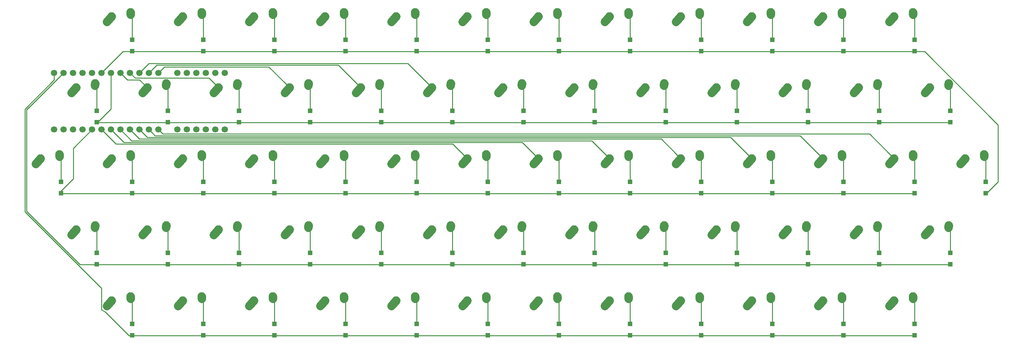
<source format=gbr>
G04 #@! TF.GenerationSoftware,KiCad,Pcbnew,(5.1.4)-1*
G04 #@! TF.CreationDate,2019-12-22T22:02:26+01:00*
G04 #@! TF.ProjectId,keyboard3,6b657962-6f61-4726-9433-2e6b69636164,rev?*
G04 #@! TF.SameCoordinates,Original*
G04 #@! TF.FileFunction,Copper,L2,Bot*
G04 #@! TF.FilePolarity,Positive*
%FSLAX46Y46*%
G04 Gerber Fmt 4.6, Leading zero omitted, Abs format (unit mm)*
G04 Created by KiCad (PCBNEW (5.1.4)-1) date 2019-12-22 22:02:26*
%MOMM*%
%LPD*%
G04 APERTURE LIST*
%ADD10C,1.700000*%
%ADD11C,2.250000*%
%ADD12C,2.250000*%
%ADD13R,1.200000X1.300000*%
%ADD14C,0.250000*%
G04 APERTURE END LIST*
D10*
X71451250Y-77921250D03*
X68911250Y-77921250D03*
X63831250Y-77921250D03*
X66371250Y-77921250D03*
X58751250Y-77921250D03*
X61291250Y-77921250D03*
X53671250Y-77921250D03*
X46051250Y-77921250D03*
X51131250Y-77921250D03*
X48591250Y-77921250D03*
X43511250Y-77921250D03*
X40971250Y-77921250D03*
X38431250Y-77921250D03*
X33351250Y-77921250D03*
X35891250Y-77921250D03*
X30811250Y-77921250D03*
X28271250Y-77921250D03*
X58751250Y-62706250D03*
X71451250Y-62706250D03*
X63831250Y-62706250D03*
X68911250Y-62706250D03*
X66371250Y-62706250D03*
X61291250Y-62706250D03*
X53671250Y-62706250D03*
X51131250Y-62706250D03*
X48591250Y-62706250D03*
X46051250Y-62706250D03*
X43511250Y-62706250D03*
X40971250Y-62706250D03*
X38431250Y-62706250D03*
X35891250Y-62706250D03*
X33351250Y-62706250D03*
X30811250Y-62706250D03*
X25731250Y-62706250D03*
X28271250Y-62706250D03*
X25731250Y-77921250D03*
D11*
X41156250Y-47593750D03*
X40501251Y-48323750D03*
D12*
X39846250Y-49053750D02*
X41156252Y-47593750D01*
D11*
X46196250Y-46513750D03*
X46176250Y-46803750D03*
D12*
X46156250Y-47093750D02*
X46196250Y-46513750D01*
D11*
X60206250Y-47593750D03*
X59551251Y-48323750D03*
D12*
X58896250Y-49053750D02*
X60206252Y-47593750D01*
D11*
X65246250Y-46513750D03*
X65226250Y-46803750D03*
D12*
X65206250Y-47093750D02*
X65246250Y-46513750D01*
D11*
X79256250Y-47593750D03*
X78601251Y-48323750D03*
D12*
X77946250Y-49053750D02*
X79256252Y-47593750D01*
D11*
X84296250Y-46513750D03*
X84276250Y-46803750D03*
D12*
X84256250Y-47093750D02*
X84296250Y-46513750D01*
D11*
X98306250Y-47593750D03*
X97651251Y-48323750D03*
D12*
X96996250Y-49053750D02*
X98306252Y-47593750D01*
D11*
X103346250Y-46513750D03*
X103326250Y-46803750D03*
D12*
X103306250Y-47093750D02*
X103346250Y-46513750D01*
D11*
X117356250Y-47593750D03*
X116701251Y-48323750D03*
D12*
X116046250Y-49053750D02*
X117356252Y-47593750D01*
D11*
X122396250Y-46513750D03*
X122376250Y-46803750D03*
D12*
X122356250Y-47093750D02*
X122396250Y-46513750D01*
D11*
X136406250Y-47593750D03*
X135751251Y-48323750D03*
D12*
X135096250Y-49053750D02*
X136406252Y-47593750D01*
D11*
X141446250Y-46513750D03*
X141426250Y-46803750D03*
D12*
X141406250Y-47093750D02*
X141446250Y-46513750D01*
D11*
X155456250Y-47593750D03*
X154801251Y-48323750D03*
D12*
X154146250Y-49053750D02*
X155456252Y-47593750D01*
D11*
X160496250Y-46513750D03*
X160476250Y-46803750D03*
D12*
X160456250Y-47093750D02*
X160496250Y-46513750D01*
D11*
X174506250Y-47593750D03*
X173851251Y-48323750D03*
D12*
X173196250Y-49053750D02*
X174506252Y-47593750D01*
D11*
X179546250Y-46513750D03*
X179526250Y-46803750D03*
D12*
X179506250Y-47093750D02*
X179546250Y-46513750D01*
D11*
X193556250Y-47593750D03*
X192901251Y-48323750D03*
D12*
X192246250Y-49053750D02*
X193556252Y-47593750D01*
D11*
X198596250Y-46513750D03*
X198576250Y-46803750D03*
D12*
X198556250Y-47093750D02*
X198596250Y-46513750D01*
D11*
X212606250Y-47593750D03*
X211951251Y-48323750D03*
D12*
X211296250Y-49053750D02*
X212606252Y-47593750D01*
D11*
X217646250Y-46513750D03*
X217626250Y-46803750D03*
D12*
X217606250Y-47093750D02*
X217646250Y-46513750D01*
D11*
X231656250Y-47593750D03*
X231001251Y-48323750D03*
D12*
X230346250Y-49053750D02*
X231656252Y-47593750D01*
D11*
X236696250Y-46513750D03*
X236676250Y-46803750D03*
D12*
X236656250Y-47093750D02*
X236696250Y-46513750D01*
D11*
X250706250Y-47593750D03*
X250051251Y-48323750D03*
D12*
X249396250Y-49053750D02*
X250706252Y-47593750D01*
D11*
X255746250Y-46513750D03*
X255726250Y-46803750D03*
D12*
X255706250Y-47093750D02*
X255746250Y-46513750D01*
D11*
X31631250Y-66643750D03*
X30976251Y-67373750D03*
D12*
X30321250Y-68103750D02*
X31631252Y-66643750D01*
D11*
X36671250Y-65563750D03*
X36651250Y-65853750D03*
D12*
X36631250Y-66143750D02*
X36671250Y-65563750D01*
D11*
X50681250Y-66643750D03*
X50026251Y-67373750D03*
D12*
X49371250Y-68103750D02*
X50681252Y-66643750D01*
D11*
X55721250Y-65563750D03*
X55701250Y-65853750D03*
D12*
X55681250Y-66143750D02*
X55721250Y-65563750D01*
D11*
X69731250Y-66643750D03*
X69076251Y-67373750D03*
D12*
X68421250Y-68103750D02*
X69731252Y-66643750D01*
D11*
X74771250Y-65563750D03*
X74751250Y-65853750D03*
D12*
X74731250Y-66143750D02*
X74771250Y-65563750D01*
D11*
X88781250Y-66643750D03*
X88126251Y-67373750D03*
D12*
X87471250Y-68103750D02*
X88781252Y-66643750D01*
D11*
X93821250Y-65563750D03*
X93801250Y-65853750D03*
D12*
X93781250Y-66143750D02*
X93821250Y-65563750D01*
D11*
X107831250Y-66643750D03*
X107176251Y-67373750D03*
D12*
X106521250Y-68103750D02*
X107831252Y-66643750D01*
D11*
X112871250Y-65563750D03*
X112851250Y-65853750D03*
D12*
X112831250Y-66143750D02*
X112871250Y-65563750D01*
D11*
X126881250Y-66643750D03*
X126226251Y-67373750D03*
D12*
X125571250Y-68103750D02*
X126881252Y-66643750D01*
D11*
X131921250Y-65563750D03*
X131901250Y-65853750D03*
D12*
X131881250Y-66143750D02*
X131921250Y-65563750D01*
D11*
X145931250Y-66643750D03*
X145276251Y-67373750D03*
D12*
X144621250Y-68103750D02*
X145931252Y-66643750D01*
D11*
X150971250Y-65563750D03*
X150951250Y-65853750D03*
D12*
X150931250Y-66143750D02*
X150971250Y-65563750D01*
D11*
X164981250Y-66643750D03*
X164326251Y-67373750D03*
D12*
X163671250Y-68103750D02*
X164981252Y-66643750D01*
D11*
X170021250Y-65563750D03*
X170001250Y-65853750D03*
D12*
X169981250Y-66143750D02*
X170021250Y-65563750D01*
D11*
X184031250Y-66643750D03*
X183376251Y-67373750D03*
D12*
X182721250Y-68103750D02*
X184031252Y-66643750D01*
D11*
X189071250Y-65563750D03*
X189051250Y-65853750D03*
D12*
X189031250Y-66143750D02*
X189071250Y-65563750D01*
D11*
X203081250Y-66643750D03*
X202426251Y-67373750D03*
D12*
X201771250Y-68103750D02*
X203081252Y-66643750D01*
D11*
X208121250Y-65563750D03*
X208101250Y-65853750D03*
D12*
X208081250Y-66143750D02*
X208121250Y-65563750D01*
D11*
X222131250Y-66643750D03*
X221476251Y-67373750D03*
D12*
X220821250Y-68103750D02*
X222131252Y-66643750D01*
D11*
X227171250Y-65563750D03*
X227151250Y-65853750D03*
D12*
X227131250Y-66143750D02*
X227171250Y-65563750D01*
D11*
X241181250Y-66643750D03*
X240526251Y-67373750D03*
D12*
X239871250Y-68103750D02*
X241181252Y-66643750D01*
D11*
X246221250Y-65563750D03*
X246201250Y-65853750D03*
D12*
X246181250Y-66143750D02*
X246221250Y-65563750D01*
D11*
X260231250Y-66643750D03*
X259576251Y-67373750D03*
D12*
X258921250Y-68103750D02*
X260231252Y-66643750D01*
D11*
X265271250Y-65563750D03*
X265251250Y-65853750D03*
D12*
X265231250Y-66143750D02*
X265271250Y-65563750D01*
D11*
X22106250Y-85693750D03*
X21451251Y-86423750D03*
D12*
X20796250Y-87153750D02*
X22106252Y-85693750D01*
D11*
X27146250Y-84613750D03*
X27126250Y-84903750D03*
D12*
X27106250Y-85193750D02*
X27146250Y-84613750D01*
D11*
X41156250Y-85693750D03*
X40501251Y-86423750D03*
D12*
X39846250Y-87153750D02*
X41156252Y-85693750D01*
D11*
X46196250Y-84613750D03*
X46176250Y-84903750D03*
D12*
X46156250Y-85193750D02*
X46196250Y-84613750D01*
D11*
X60206250Y-85693750D03*
X59551251Y-86423750D03*
D12*
X58896250Y-87153750D02*
X60206252Y-85693750D01*
D11*
X65246250Y-84613750D03*
X65226250Y-84903750D03*
D12*
X65206250Y-85193750D02*
X65246250Y-84613750D01*
D11*
X79256250Y-85693750D03*
X78601251Y-86423750D03*
D12*
X77946250Y-87153750D02*
X79256252Y-85693750D01*
D11*
X84296250Y-84613750D03*
X84276250Y-84903750D03*
D12*
X84256250Y-85193750D02*
X84296250Y-84613750D01*
D11*
X98306250Y-85693750D03*
X97651251Y-86423750D03*
D12*
X96996250Y-87153750D02*
X98306252Y-85693750D01*
D11*
X103346250Y-84613750D03*
X103326250Y-84903750D03*
D12*
X103306250Y-85193750D02*
X103346250Y-84613750D01*
D11*
X117356250Y-85693750D03*
X116701251Y-86423750D03*
D12*
X116046250Y-87153750D02*
X117356252Y-85693750D01*
D11*
X122396250Y-84613750D03*
X122376250Y-84903750D03*
D12*
X122356250Y-85193750D02*
X122396250Y-84613750D01*
D11*
X136406250Y-85693750D03*
X135751251Y-86423750D03*
D12*
X135096250Y-87153750D02*
X136406252Y-85693750D01*
D11*
X141446250Y-84613750D03*
X141426250Y-84903750D03*
D12*
X141406250Y-85193750D02*
X141446250Y-84613750D01*
D11*
X155456250Y-85693750D03*
X154801251Y-86423750D03*
D12*
X154146250Y-87153750D02*
X155456252Y-85693750D01*
D11*
X160496250Y-84613750D03*
X160476250Y-84903750D03*
D12*
X160456250Y-85193750D02*
X160496250Y-84613750D01*
D11*
X174506250Y-85693750D03*
X173851251Y-86423750D03*
D12*
X173196250Y-87153750D02*
X174506252Y-85693750D01*
D11*
X179546250Y-84613750D03*
X179526250Y-84903750D03*
D12*
X179506250Y-85193750D02*
X179546250Y-84613750D01*
D11*
X193556250Y-85693750D03*
X192901251Y-86423750D03*
D12*
X192246250Y-87153750D02*
X193556252Y-85693750D01*
D11*
X198596250Y-84613750D03*
X198576250Y-84903750D03*
D12*
X198556250Y-85193750D02*
X198596250Y-84613750D01*
D11*
X212606250Y-85693750D03*
X211951251Y-86423750D03*
D12*
X211296250Y-87153750D02*
X212606252Y-85693750D01*
D11*
X217646250Y-84613750D03*
X217626250Y-84903750D03*
D12*
X217606250Y-85193750D02*
X217646250Y-84613750D01*
D11*
X231656250Y-85693750D03*
X231001251Y-86423750D03*
D12*
X230346250Y-87153750D02*
X231656252Y-85693750D01*
D11*
X236696250Y-84613750D03*
X236676250Y-84903750D03*
D12*
X236656250Y-85193750D02*
X236696250Y-84613750D01*
D11*
X250706250Y-85693750D03*
X250051251Y-86423750D03*
D12*
X249396250Y-87153750D02*
X250706252Y-85693750D01*
D11*
X255746250Y-84613750D03*
X255726250Y-84903750D03*
D12*
X255706250Y-85193750D02*
X255746250Y-84613750D01*
D11*
X269756250Y-85693750D03*
X269101251Y-86423750D03*
D12*
X268446250Y-87153750D02*
X269756252Y-85693750D01*
D11*
X274796250Y-84613750D03*
X274776250Y-84903750D03*
D12*
X274756250Y-85193750D02*
X274796250Y-84613750D01*
D11*
X31631250Y-104743750D03*
X30976251Y-105473750D03*
D12*
X30321250Y-106203750D02*
X31631252Y-104743750D01*
D11*
X36671250Y-103663750D03*
X36651250Y-103953750D03*
D12*
X36631250Y-104243750D02*
X36671250Y-103663750D01*
D11*
X50681250Y-104743750D03*
X50026251Y-105473750D03*
D12*
X49371250Y-106203750D02*
X50681252Y-104743750D01*
D11*
X55721250Y-103663750D03*
X55701250Y-103953750D03*
D12*
X55681250Y-104243750D02*
X55721250Y-103663750D01*
D11*
X69731250Y-104743750D03*
X69076251Y-105473750D03*
D12*
X68421250Y-106203750D02*
X69731252Y-104743750D01*
D11*
X74771250Y-103663750D03*
X74751250Y-103953750D03*
D12*
X74731250Y-104243750D02*
X74771250Y-103663750D01*
D11*
X88781250Y-104743750D03*
X88126251Y-105473750D03*
D12*
X87471250Y-106203750D02*
X88781252Y-104743750D01*
D11*
X93821250Y-103663750D03*
X93801250Y-103953750D03*
D12*
X93781250Y-104243750D02*
X93821250Y-103663750D01*
D11*
X107831250Y-104743750D03*
X107176251Y-105473750D03*
D12*
X106521250Y-106203750D02*
X107831252Y-104743750D01*
D11*
X112871250Y-103663750D03*
X112851250Y-103953750D03*
D12*
X112831250Y-104243750D02*
X112871250Y-103663750D01*
D11*
X126881250Y-104743750D03*
X126226251Y-105473750D03*
D12*
X125571250Y-106203750D02*
X126881252Y-104743750D01*
D11*
X131921250Y-103663750D03*
X131901250Y-103953750D03*
D12*
X131881250Y-104243750D02*
X131921250Y-103663750D01*
D11*
X145931970Y-104743590D03*
X145276971Y-105473590D03*
D12*
X144621970Y-106203590D02*
X145931972Y-104743590D01*
D11*
X150971970Y-103663590D03*
X150951970Y-103953590D03*
D12*
X150931970Y-104243590D02*
X150971970Y-103663590D01*
D11*
X164981250Y-104743750D03*
X164326251Y-105473750D03*
D12*
X163671250Y-106203750D02*
X164981252Y-104743750D01*
D11*
X170021250Y-103663750D03*
X170001250Y-103953750D03*
D12*
X169981250Y-104243750D02*
X170021250Y-103663750D01*
D11*
X184031250Y-104743750D03*
X183376251Y-105473750D03*
D12*
X182721250Y-106203750D02*
X184031252Y-104743750D01*
D11*
X189071250Y-103663750D03*
X189051250Y-103953750D03*
D12*
X189031250Y-104243750D02*
X189071250Y-103663750D01*
D11*
X203081250Y-104743750D03*
X202426251Y-105473750D03*
D12*
X201771250Y-106203750D02*
X203081252Y-104743750D01*
D11*
X208121250Y-103663750D03*
X208101250Y-103953750D03*
D12*
X208081250Y-104243750D02*
X208121250Y-103663750D01*
D11*
X222131250Y-104743750D03*
X221476251Y-105473750D03*
D12*
X220821250Y-106203750D02*
X222131252Y-104743750D01*
D11*
X227171250Y-103663750D03*
X227151250Y-103953750D03*
D12*
X227131250Y-104243750D02*
X227171250Y-103663750D01*
D11*
X241181250Y-104743750D03*
X240526251Y-105473750D03*
D12*
X239871250Y-106203750D02*
X241181252Y-104743750D01*
D11*
X246221250Y-103663750D03*
X246201250Y-103953750D03*
D12*
X246181250Y-104243750D02*
X246221250Y-103663750D01*
D11*
X260231250Y-104743750D03*
X259576251Y-105473750D03*
D12*
X258921250Y-106203750D02*
X260231252Y-104743750D01*
D11*
X265271250Y-103663750D03*
X265251250Y-103953750D03*
D12*
X265231250Y-104243750D02*
X265271250Y-103663750D01*
D11*
X41156250Y-123793750D03*
X40501251Y-124523750D03*
D12*
X39846250Y-125253750D02*
X41156252Y-123793750D01*
D11*
X46196250Y-122713750D03*
X46176250Y-123003750D03*
D12*
X46156250Y-123293750D02*
X46196250Y-122713750D01*
D11*
X60206250Y-123793750D03*
X59551251Y-124523750D03*
D12*
X58896250Y-125253750D02*
X60206252Y-123793750D01*
D11*
X65246250Y-122713750D03*
X65226250Y-123003750D03*
D12*
X65206250Y-123293750D02*
X65246250Y-122713750D01*
D11*
X79256250Y-123793750D03*
X78601251Y-124523750D03*
D12*
X77946250Y-125253750D02*
X79256252Y-123793750D01*
D11*
X84296250Y-122713750D03*
X84276250Y-123003750D03*
D12*
X84256250Y-123293750D02*
X84296250Y-122713750D01*
D11*
X98306250Y-123793750D03*
X97651251Y-124523750D03*
D12*
X96996250Y-125253750D02*
X98306252Y-123793750D01*
D11*
X103346250Y-122713750D03*
X103326250Y-123003750D03*
D12*
X103306250Y-123293750D02*
X103346250Y-122713750D01*
D11*
X117356250Y-123793750D03*
X116701251Y-124523750D03*
D12*
X116046250Y-125253750D02*
X117356252Y-123793750D01*
D11*
X122396250Y-122713750D03*
X122376250Y-123003750D03*
D12*
X122356250Y-123293750D02*
X122396250Y-122713750D01*
D11*
X136406250Y-123793750D03*
X135751251Y-124523750D03*
D12*
X135096250Y-125253750D02*
X136406252Y-123793750D01*
D11*
X141446250Y-122713750D03*
X141426250Y-123003750D03*
D12*
X141406250Y-123293750D02*
X141446250Y-122713750D01*
D11*
X155456250Y-123793750D03*
X154801251Y-124523750D03*
D12*
X154146250Y-125253750D02*
X155456252Y-123793750D01*
D11*
X160496250Y-122713750D03*
X160476250Y-123003750D03*
D12*
X160456250Y-123293750D02*
X160496250Y-122713750D01*
D11*
X174506250Y-123793750D03*
X173851251Y-124523750D03*
D12*
X173196250Y-125253750D02*
X174506252Y-123793750D01*
D11*
X179546250Y-122713750D03*
X179526250Y-123003750D03*
D12*
X179506250Y-123293750D02*
X179546250Y-122713750D01*
D11*
X193556250Y-123793750D03*
X192901251Y-124523750D03*
D12*
X192246250Y-125253750D02*
X193556252Y-123793750D01*
D11*
X198596250Y-122713750D03*
X198576250Y-123003750D03*
D12*
X198556250Y-123293750D02*
X198596250Y-122713750D01*
D11*
X212606250Y-123793750D03*
X211951251Y-124523750D03*
D12*
X211296250Y-125253750D02*
X212606252Y-123793750D01*
D11*
X217646250Y-122713750D03*
X217626250Y-123003750D03*
D12*
X217606250Y-123293750D02*
X217646250Y-122713750D01*
D11*
X231656250Y-123793750D03*
X231001251Y-124523750D03*
D12*
X230346250Y-125253750D02*
X231656252Y-123793750D01*
D11*
X236696250Y-122713750D03*
X236676250Y-123003750D03*
D12*
X236656250Y-123293750D02*
X236696250Y-122713750D01*
D11*
X250706250Y-123793750D03*
X250051251Y-124523750D03*
D12*
X249396250Y-125253750D02*
X250706252Y-123793750D01*
D11*
X255746250Y-122713750D03*
X255726250Y-123003750D03*
D12*
X255706250Y-123293750D02*
X255746250Y-122713750D01*
D13*
X46656250Y-53806250D03*
X46656250Y-56906250D03*
X65706250Y-53806250D03*
X65706250Y-56906250D03*
X84756250Y-53806250D03*
X84756250Y-56906250D03*
X103806250Y-53806250D03*
X103806250Y-56906250D03*
X122856250Y-53806250D03*
X122856250Y-56906250D03*
X141906250Y-53806250D03*
X141906250Y-56906250D03*
X160956250Y-53806250D03*
X160956250Y-56906250D03*
X180006250Y-53806250D03*
X180006250Y-56906250D03*
X199056250Y-53806250D03*
X199056250Y-56906250D03*
X218106250Y-53806250D03*
X218106250Y-56906250D03*
X237156250Y-53806250D03*
X237156250Y-56906250D03*
X256206250Y-53806250D03*
X256206250Y-56906250D03*
X37131250Y-72856250D03*
X37131250Y-75956250D03*
X56181250Y-72856250D03*
X56181250Y-75956250D03*
X75231250Y-72856250D03*
X75231250Y-75956250D03*
X94281250Y-72856250D03*
X94281250Y-75956250D03*
X113331250Y-72856250D03*
X113331250Y-75956250D03*
X132381250Y-72856250D03*
X132381250Y-75956250D03*
X151431250Y-72856250D03*
X151431250Y-75956250D03*
X170481250Y-72856250D03*
X170481250Y-75956250D03*
X189531250Y-72856250D03*
X189531250Y-75956250D03*
X208581250Y-72856250D03*
X208581250Y-75956250D03*
X227631250Y-72856250D03*
X227631250Y-75956250D03*
X246681250Y-72856250D03*
X246681250Y-75956250D03*
X265731250Y-72856250D03*
X265731250Y-75956250D03*
X27606250Y-91906250D03*
X27606250Y-95006250D03*
X46656250Y-91906250D03*
X46656250Y-95006250D03*
X65706250Y-91906250D03*
X65706250Y-95006250D03*
X84756250Y-91906250D03*
X84756250Y-95006250D03*
X103806250Y-91906250D03*
X103806250Y-95006250D03*
X122856250Y-91906250D03*
X122856250Y-95006250D03*
X141906250Y-91906250D03*
X141906250Y-95006250D03*
X160956250Y-91906250D03*
X160956250Y-95006250D03*
X180006250Y-91906250D03*
X180006250Y-95006250D03*
X199056250Y-91906250D03*
X199056250Y-95006250D03*
X218106250Y-91906250D03*
X218106250Y-95006250D03*
X237156250Y-91906250D03*
X237156250Y-95006250D03*
X256206250Y-91906250D03*
X256206250Y-95006250D03*
X275256250Y-91906250D03*
X275256250Y-95006250D03*
X37131250Y-110956250D03*
X37131250Y-114056250D03*
X56181250Y-110956250D03*
X56181250Y-114056250D03*
X75231250Y-110956250D03*
X75231250Y-114056250D03*
X94281250Y-110956250D03*
X94281250Y-114056250D03*
X113331250Y-110956250D03*
X113331250Y-114056250D03*
X132381250Y-110956250D03*
X132381250Y-114056250D03*
X151431970Y-110956090D03*
X151431970Y-114056090D03*
X170481250Y-110956250D03*
X170481250Y-114056250D03*
X189531250Y-110956250D03*
X189531250Y-114056250D03*
X208581250Y-110956250D03*
X208581250Y-114056250D03*
X227631250Y-110956250D03*
X227631250Y-114056250D03*
X246681250Y-110956250D03*
X246681250Y-114056250D03*
X265731250Y-110956250D03*
X265731250Y-114056250D03*
X46656250Y-130006250D03*
X46656250Y-133106250D03*
X65706250Y-130006250D03*
X65706250Y-133106250D03*
X84756250Y-130006250D03*
X84756250Y-133106250D03*
X103806250Y-130006250D03*
X103806250Y-133106250D03*
X122856250Y-130006250D03*
X122856250Y-133106250D03*
X141906250Y-130006250D03*
X141906250Y-133106250D03*
X160956250Y-130006250D03*
X160956250Y-133106250D03*
X180006250Y-130006250D03*
X180006250Y-133106250D03*
X199056250Y-130006250D03*
X199056250Y-133106250D03*
X218106250Y-130006250D03*
X218106250Y-133106250D03*
X237156250Y-130006250D03*
X237156250Y-133106250D03*
X256206250Y-130006250D03*
X256206250Y-133106250D03*
D14*
X46656250Y-47593750D02*
X46656250Y-53706250D01*
X46156250Y-47093750D02*
X46656250Y-47593750D01*
X65206250Y-47093750D02*
X65706250Y-47593750D01*
X65706250Y-47593750D02*
X65706250Y-53706250D01*
X84256250Y-47093750D02*
X84756250Y-47593750D01*
X84756250Y-47593750D02*
X84756250Y-53706250D01*
X103306250Y-47093750D02*
X103806250Y-47593750D01*
X103806250Y-47593750D02*
X103806250Y-53706250D01*
X122356250Y-47093750D02*
X122856250Y-47593750D01*
X122856250Y-47593750D02*
X122856250Y-53706250D01*
X141406250Y-47093750D02*
X141906250Y-47593750D01*
X141906250Y-47593750D02*
X141906250Y-53706250D01*
X160456250Y-47093750D02*
X160956250Y-47593750D01*
X160956250Y-47593750D02*
X160956250Y-53706250D01*
X179506250Y-47093750D02*
X180006250Y-47593750D01*
X180006250Y-47593750D02*
X180006250Y-53706250D01*
X198556250Y-47093750D02*
X199056250Y-47593750D01*
X199056250Y-47593750D02*
X199056250Y-53706250D01*
X217606250Y-47093750D02*
X218106250Y-47593750D01*
X218106250Y-47593750D02*
X218106250Y-53706250D01*
X236656250Y-47093750D02*
X237156250Y-47593750D01*
X237156250Y-47593750D02*
X237156250Y-53706250D01*
X255706250Y-47093750D02*
X256206250Y-47593750D01*
X256206250Y-47593750D02*
X256206250Y-53706250D01*
X37131250Y-66643750D02*
X37131250Y-72756250D01*
X36631250Y-66143750D02*
X37131250Y-66643750D01*
X55681250Y-66143750D02*
X56181250Y-66643750D01*
X56181250Y-66643750D02*
X56181250Y-72756250D01*
X75231250Y-66643750D02*
X75231250Y-72756250D01*
X74731250Y-66143750D02*
X75231250Y-66643750D01*
X94281250Y-66643750D02*
X94281250Y-72756250D01*
X93781250Y-66143750D02*
X94281250Y-66643750D01*
X113331250Y-66643750D02*
X113331250Y-72756250D01*
X112831250Y-66143750D02*
X113331250Y-66643750D01*
X132381250Y-66643750D02*
X132381250Y-72756250D01*
X131881250Y-66143750D02*
X132381250Y-66643750D01*
X151431250Y-66643750D02*
X151431250Y-72756250D01*
X150931250Y-66143750D02*
X151431250Y-66643750D01*
X169981250Y-66143750D02*
X170481250Y-66643750D01*
X170481250Y-66643750D02*
X170481250Y-72756250D01*
X189031250Y-66143750D02*
X189531250Y-66643750D01*
X189531250Y-66643750D02*
X189531250Y-72756250D01*
X208081250Y-66143750D02*
X208581250Y-66643750D01*
X208581250Y-66643750D02*
X208581250Y-72756250D01*
X227131250Y-66143750D02*
X227631250Y-66643750D01*
X227631250Y-66643750D02*
X227631250Y-72756250D01*
X246681250Y-66643750D02*
X246681250Y-72756250D01*
X246181250Y-66143750D02*
X246681250Y-66643750D01*
X265231250Y-66143750D02*
X265731250Y-66643750D01*
X265731250Y-66643750D02*
X265731250Y-72756250D01*
X27106250Y-85193750D02*
X27606250Y-85693750D01*
X27606250Y-85693750D02*
X27606250Y-91806250D01*
X46156250Y-85193750D02*
X46656250Y-85693750D01*
X46656250Y-85693750D02*
X46656250Y-91806250D01*
X65206250Y-85193750D02*
X65706250Y-85693750D01*
X65706250Y-85693750D02*
X65706250Y-91806250D01*
X84256250Y-85193750D02*
X84756250Y-85693750D01*
X84756250Y-85693750D02*
X84756250Y-91806250D01*
X103306250Y-85193750D02*
X103806250Y-85693750D01*
X103806250Y-85693750D02*
X103806250Y-91806250D01*
X122356250Y-85193750D02*
X122856250Y-85693750D01*
X122856250Y-85693750D02*
X122856250Y-91806250D01*
X141406250Y-85193750D02*
X141906250Y-85693750D01*
X141906250Y-85693750D02*
X141906250Y-91806250D01*
X160456250Y-85193750D02*
X160956250Y-85693750D01*
X160956250Y-85693750D02*
X160956250Y-91806250D01*
X179506250Y-85193750D02*
X180006250Y-85693750D01*
X180006250Y-85693750D02*
X180006250Y-91806250D01*
X199056250Y-85693750D02*
X199056250Y-91806250D01*
X198556250Y-85193750D02*
X199056250Y-85693750D01*
X218106250Y-85693750D02*
X218106250Y-91806250D01*
X217606250Y-85193750D02*
X218106250Y-85693750D01*
X237156250Y-85693750D02*
X237156250Y-91806250D01*
X236656250Y-85193750D02*
X237156250Y-85693750D01*
X256206250Y-85693750D02*
X256206250Y-91806250D01*
X255706250Y-85193750D02*
X256206250Y-85693750D01*
X274756250Y-85193750D02*
X275256250Y-85693750D01*
X275256250Y-85693750D02*
X275256250Y-91806250D01*
X37131250Y-104743750D02*
X37131250Y-110856250D01*
X36631250Y-104243750D02*
X37131250Y-104743750D01*
X56181250Y-104743750D02*
X56181250Y-110856250D01*
X55681250Y-104243750D02*
X56181250Y-104743750D01*
X74731250Y-104243750D02*
X75231250Y-104743750D01*
X75231250Y-104743750D02*
X75231250Y-110856250D01*
X93781250Y-104243750D02*
X94281250Y-104743750D01*
X94281250Y-104743750D02*
X94281250Y-110856250D01*
X112831250Y-104243750D02*
X113331250Y-104743750D01*
X113331250Y-104743750D02*
X113331250Y-110856250D01*
X132381250Y-104743750D02*
X132381250Y-110856250D01*
X131881250Y-104243750D02*
X132381250Y-104743750D01*
X150931250Y-104243750D02*
X151431250Y-104743750D01*
X151431250Y-104743750D02*
X151431250Y-110856250D01*
X170481250Y-104743750D02*
X170481250Y-110856250D01*
X169981250Y-104243750D02*
X170481250Y-104743750D01*
X189031250Y-104243750D02*
X189531250Y-104743750D01*
X189531250Y-104743750D02*
X189531250Y-110856250D01*
X208081250Y-104243750D02*
X208581250Y-104743750D01*
X208581250Y-104743750D02*
X208581250Y-110856250D01*
X227631250Y-104743750D02*
X227631250Y-110856250D01*
X227131250Y-104243750D02*
X227631250Y-104743750D01*
X246181250Y-104243750D02*
X246681250Y-104743750D01*
X246681250Y-104743750D02*
X246681250Y-110856250D01*
X265731250Y-104743750D02*
X265731250Y-110856250D01*
X265231250Y-104243750D02*
X265731250Y-104743750D01*
X46656250Y-123793750D02*
X46656250Y-129906250D01*
X46156250Y-123293750D02*
X46656250Y-123793750D01*
X65706250Y-123793750D02*
X65706250Y-129906250D01*
X65206250Y-123293750D02*
X65706250Y-123793750D01*
X84256250Y-123293750D02*
X84756250Y-123793750D01*
X84756250Y-123793750D02*
X84756250Y-129906250D01*
X103306250Y-123293750D02*
X103806250Y-123793750D01*
X103806250Y-123793750D02*
X103806250Y-129906250D01*
X122356250Y-123293750D02*
X122856250Y-123793750D01*
X122856250Y-123793750D02*
X122856250Y-129906250D01*
X141906250Y-123793750D02*
X141906250Y-129906250D01*
X141406250Y-123293750D02*
X141906250Y-123793750D01*
X160456250Y-123293750D02*
X160956250Y-123793750D01*
X160956250Y-123793750D02*
X160956250Y-129906250D01*
X180006250Y-123793750D02*
X180006250Y-129906250D01*
X179506250Y-123293750D02*
X180006250Y-123793750D01*
X199056250Y-123793750D02*
X199056250Y-129906250D01*
X198556250Y-123293750D02*
X199056250Y-123793750D01*
X218106250Y-123793750D02*
X218106250Y-129906250D01*
X217606250Y-123293750D02*
X218106250Y-123793750D01*
X237156250Y-123793750D02*
X237156250Y-129906250D01*
X236656250Y-123293750D02*
X237156250Y-123793750D01*
X255706250Y-123293750D02*
X256206250Y-123793750D01*
X256206250Y-123793750D02*
X256206250Y-129906250D01*
X46656250Y-57006250D02*
X256206250Y-57006250D01*
X258859752Y-57006250D02*
X257056250Y-57006250D01*
X257056250Y-57006250D02*
X256206250Y-57006250D01*
X278536251Y-91976249D02*
X278536251Y-76682749D01*
X275256250Y-95106250D02*
X275406250Y-95106250D01*
X275406250Y-95106250D02*
X278536251Y-91976249D01*
X278536251Y-76682749D02*
X258859752Y-57006250D01*
X44131250Y-57006250D02*
X46656250Y-57006250D01*
X38431250Y-62706250D02*
X44131250Y-57006250D01*
X39168750Y-76056250D02*
X265731250Y-76056250D01*
X37131250Y-76056250D02*
X39168750Y-76056250D01*
X37281250Y-76056250D02*
X37131250Y-76056250D01*
X40971250Y-72366250D02*
X37281250Y-76056250D01*
X40971250Y-62706250D02*
X40971250Y-72366250D01*
X27606250Y-95106250D02*
X35193750Y-95106250D01*
X35193750Y-95106250D02*
X256206250Y-95106250D01*
X27606250Y-94406250D02*
X27606250Y-95106250D01*
X30886251Y-91126249D02*
X27606250Y-94406250D01*
X30886251Y-82926249D02*
X30886251Y-91126249D01*
X35891250Y-77921250D02*
X30886251Y-82926249D01*
X28271250Y-62706250D02*
X18326249Y-72651251D01*
X18326249Y-72651251D02*
X18326249Y-99794751D01*
X37131250Y-114156250D02*
X265731250Y-114156250D01*
X32687748Y-114156250D02*
X32040749Y-113509251D01*
X37131250Y-114156250D02*
X32687748Y-114156250D01*
X18326249Y-99794751D02*
X32040749Y-113509251D01*
X32040749Y-113509251D02*
X32625248Y-114093750D01*
X50093750Y-133206250D02*
X256206250Y-133206250D01*
X46656250Y-133206250D02*
X50093750Y-133206250D01*
X46656250Y-133206250D02*
X45764752Y-133206250D01*
X45764752Y-133188150D02*
X39438301Y-126861699D01*
X45764752Y-133206250D02*
X45764752Y-133188150D01*
X38396859Y-126222181D02*
X38487339Y-126312661D01*
X38396859Y-120501771D02*
X38396859Y-126222181D01*
X39438301Y-126861699D02*
X38487339Y-126312661D01*
X25731250Y-64609840D02*
X17876239Y-72464851D01*
X25731250Y-62706250D02*
X25731250Y-64609840D01*
X17876239Y-72464851D02*
X17876240Y-99981152D01*
X17876240Y-99981152D02*
X38396859Y-120501771D01*
X43511250Y-62706250D02*
X45368759Y-64563759D01*
X48601259Y-64563759D02*
X50681250Y-66643750D01*
X45368759Y-64563759D02*
X48601259Y-64563759D01*
X68606251Y-65518751D02*
X69731250Y-66643750D01*
X67201249Y-64113749D02*
X68606251Y-65518751D01*
X47458749Y-64113749D02*
X67201249Y-64113749D01*
X46051250Y-62706250D02*
X47458749Y-64113749D01*
X87656251Y-65518751D02*
X88781250Y-66643750D01*
X83231250Y-61093750D02*
X87656251Y-65518751D01*
X55283750Y-61093750D02*
X83231250Y-61093750D01*
X53671250Y-62706250D02*
X55283750Y-61093750D01*
X106706251Y-65518751D02*
X107831250Y-66643750D01*
X101831240Y-60643740D02*
X106706251Y-65518751D01*
X53193760Y-60643740D02*
X101831240Y-60643740D01*
X51131250Y-62706250D02*
X53193760Y-60643740D01*
X125756251Y-65518751D02*
X126881250Y-66643750D01*
X120431231Y-60193731D02*
X125756251Y-65518751D01*
X51103769Y-60193731D02*
X120431231Y-60193731D01*
X48591250Y-62706250D02*
X51103769Y-60193731D01*
X135281251Y-84568751D02*
X136406250Y-85693750D01*
X132508810Y-81796310D02*
X135281251Y-84568751D01*
X42306310Y-81796310D02*
X132508810Y-81796310D01*
X38431250Y-77921250D02*
X42306310Y-81796310D01*
X44396299Y-81346299D02*
X46299890Y-81346300D01*
X40971250Y-77921250D02*
X44396299Y-81346299D01*
X151108800Y-81346300D02*
X155456250Y-85693750D01*
X46299890Y-81346300D02*
X151108800Y-81346300D01*
X173381251Y-84568751D02*
X174506250Y-85693750D01*
X169708790Y-80896290D02*
X173381251Y-84568751D01*
X46486290Y-80896290D02*
X169708790Y-80896290D01*
X43511250Y-77921250D02*
X46486290Y-80896290D01*
X192431251Y-84568751D02*
X193556250Y-85693750D01*
X188308780Y-80446280D02*
X192431251Y-84568751D01*
X48576280Y-80446280D02*
X188308780Y-80446280D01*
X46051250Y-77921250D02*
X48576280Y-80446280D01*
X211481251Y-84568751D02*
X212606250Y-85693750D01*
X206908771Y-79996271D02*
X211481251Y-84568751D01*
X50666271Y-79996271D02*
X206908771Y-79996271D01*
X48591250Y-77921250D02*
X50666271Y-79996271D01*
X52005000Y-78795000D02*
X51131250Y-77921250D01*
X52756261Y-79546261D02*
X52005000Y-78795000D01*
X225508761Y-79546261D02*
X52756261Y-79546261D01*
X231656250Y-85693750D02*
X225508761Y-79546261D01*
X249581251Y-84568751D02*
X250706250Y-85693750D01*
X244108751Y-79096251D02*
X249581251Y-84568751D01*
X54846251Y-79096251D02*
X244108751Y-79096251D01*
X53671250Y-77921250D02*
X54846251Y-79096251D01*
M02*

</source>
